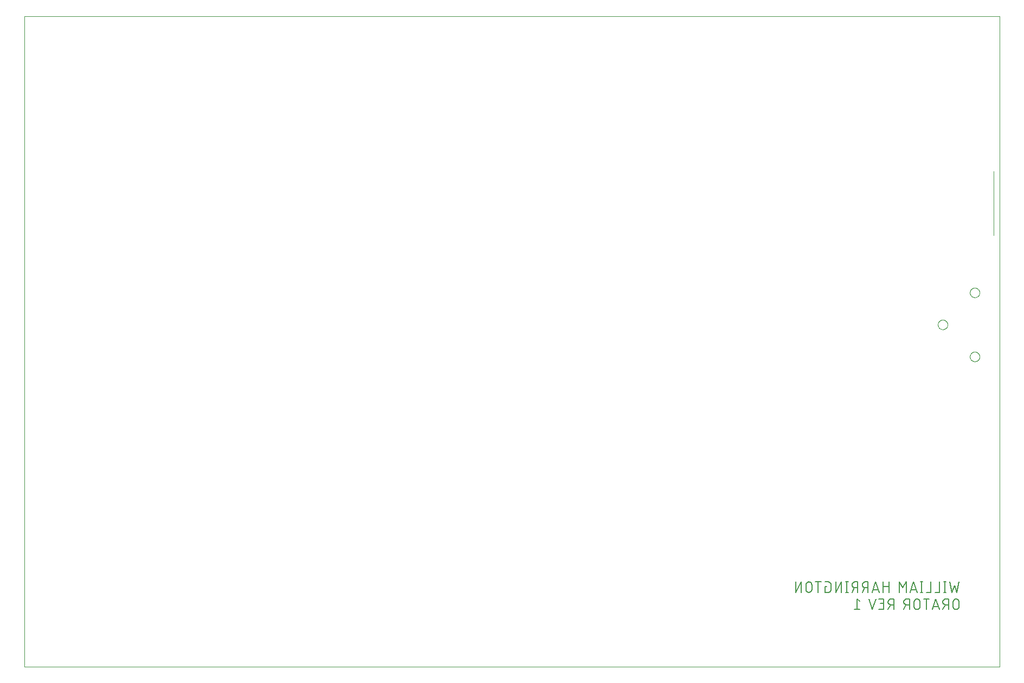
<source format=gbo>
From 5851c4758d3301851cf58e0ec3b42c7f93c7ca77 Mon Sep 17 00:00:00 2001
From: William Harrington <kb0iic@berzerkula.org>
Date: Thu, 17 May 2018 20:54:06 -0500
Subject: Populate repository from main eagle directory in user's document
 library.

---
 eagle/ORATOR/orator.GBO | 1479 +++++++++++++++++++++++++++++++++++++++++++++++
 1 file changed, 1479 insertions(+)
 create mode 100755 eagle/ORATOR/orator.GBO

(limited to 'eagle/ORATOR/orator.GBO')

diff --git a/eagle/ORATOR/orator.GBO b/eagle/ORATOR/orator.GBO
new file mode 100755
index 0000000..bffb771
--- /dev/null
+++ b/eagle/ORATOR/orator.GBO
@@ -0,0 +1,1479 @@
+G75*
+%MOIN*%
+%OFA0B0*%
+%FSLAX25Y25*%
+%IPPOS*%
+%LPD*%
+%AMOC8*
+5,1,8,0,0,1.08239X$1,22.5*
+%
+%ADD10C,0.00000*%
+%ADD11C,0.00600*%
+D10*
+X0199833Y0054300D02*
+X0199833Y0454260D01*
+X0799534Y0454260D01*
+X0799534Y0054300D01*
+X0199833Y0054300D01*
+X0761565Y0264693D02*
+X0761567Y0264801D01*
+X0761573Y0264910D01*
+X0761583Y0265018D01*
+X0761597Y0265125D01*
+X0761615Y0265232D01*
+X0761636Y0265339D01*
+X0761662Y0265444D01*
+X0761692Y0265549D01*
+X0761725Y0265652D01*
+X0761762Y0265754D01*
+X0761803Y0265854D01*
+X0761847Y0265953D01*
+X0761896Y0266051D01*
+X0761947Y0266146D01*
+X0762002Y0266239D01*
+X0762061Y0266331D01*
+X0762123Y0266420D01*
+X0762188Y0266507D01*
+X0762256Y0266591D01*
+X0762327Y0266673D01*
+X0762401Y0266752D01*
+X0762478Y0266828D01*
+X0762558Y0266902D01*
+X0762641Y0266972D01*
+X0762726Y0267040D01*
+X0762813Y0267104D01*
+X0762903Y0267165D01*
+X0762995Y0267223D01*
+X0763089Y0267277D01*
+X0763185Y0267328D01*
+X0763282Y0267375D01*
+X0763382Y0267419D01*
+X0763483Y0267459D01*
+X0763585Y0267495D01*
+X0763688Y0267527D01*
+X0763793Y0267556D01*
+X0763899Y0267580D01*
+X0764005Y0267601D01*
+X0764112Y0267618D01*
+X0764220Y0267631D01*
+X0764328Y0267640D01*
+X0764437Y0267645D01*
+X0764545Y0267646D01*
+X0764654Y0267643D01*
+X0764762Y0267636D01*
+X0764870Y0267625D01*
+X0764977Y0267610D01*
+X0765084Y0267591D01*
+X0765190Y0267568D01*
+X0765295Y0267542D01*
+X0765400Y0267511D01*
+X0765502Y0267477D01*
+X0765604Y0267439D01*
+X0765704Y0267397D01*
+X0765803Y0267352D01*
+X0765900Y0267303D01*
+X0765994Y0267250D01*
+X0766087Y0267194D01*
+X0766178Y0267135D01*
+X0766267Y0267072D01*
+X0766353Y0267007D01*
+X0766437Y0266938D01*
+X0766518Y0266866D01*
+X0766596Y0266791D01*
+X0766672Y0266713D01*
+X0766745Y0266632D01*
+X0766815Y0266549D01*
+X0766881Y0266464D01*
+X0766945Y0266376D01*
+X0767005Y0266285D01*
+X0767062Y0266193D01*
+X0767115Y0266098D01*
+X0767165Y0266002D01*
+X0767211Y0265904D01*
+X0767254Y0265804D01*
+X0767293Y0265703D01*
+X0767328Y0265600D01*
+X0767360Y0265497D01*
+X0767387Y0265392D01*
+X0767411Y0265286D01*
+X0767431Y0265179D01*
+X0767447Y0265072D01*
+X0767459Y0264964D01*
+X0767467Y0264856D01*
+X0767471Y0264747D01*
+X0767471Y0264639D01*
+X0767467Y0264530D01*
+X0767459Y0264422D01*
+X0767447Y0264314D01*
+X0767431Y0264207D01*
+X0767411Y0264100D01*
+X0767387Y0263994D01*
+X0767360Y0263889D01*
+X0767328Y0263786D01*
+X0767293Y0263683D01*
+X0767254Y0263582D01*
+X0767211Y0263482D01*
+X0767165Y0263384D01*
+X0767115Y0263288D01*
+X0767062Y0263193D01*
+X0767005Y0263101D01*
+X0766945Y0263010D01*
+X0766881Y0262922D01*
+X0766815Y0262837D01*
+X0766745Y0262754D01*
+X0766672Y0262673D01*
+X0766596Y0262595D01*
+X0766518Y0262520D01*
+X0766437Y0262448D01*
+X0766353Y0262379D01*
+X0766267Y0262314D01*
+X0766178Y0262251D01*
+X0766087Y0262192D01*
+X0765995Y0262136D01*
+X0765900Y0262083D01*
+X0765803Y0262034D01*
+X0765704Y0261989D01*
+X0765604Y0261947D01*
+X0765502Y0261909D01*
+X0765400Y0261875D01*
+X0765295Y0261844D01*
+X0765190Y0261818D01*
+X0765084Y0261795D01*
+X0764977Y0261776D01*
+X0764870Y0261761D01*
+X0764762Y0261750D01*
+X0764654Y0261743D01*
+X0764545Y0261740D01*
+X0764437Y0261741D01*
+X0764328Y0261746D01*
+X0764220Y0261755D01*
+X0764112Y0261768D01*
+X0764005Y0261785D01*
+X0763899Y0261806D01*
+X0763793Y0261830D01*
+X0763688Y0261859D01*
+X0763585Y0261891D01*
+X0763483Y0261927D01*
+X0763382Y0261967D01*
+X0763282Y0262011D01*
+X0763185Y0262058D01*
+X0763089Y0262109D01*
+X0762995Y0262163D01*
+X0762903Y0262221D01*
+X0762813Y0262282D01*
+X0762726Y0262346D01*
+X0762641Y0262414D01*
+X0762558Y0262484D01*
+X0762478Y0262558D01*
+X0762401Y0262634D01*
+X0762327Y0262713D01*
+X0762256Y0262795D01*
+X0762188Y0262879D01*
+X0762123Y0262966D01*
+X0762061Y0263055D01*
+X0762002Y0263147D01*
+X0761947Y0263240D01*
+X0761896Y0263335D01*
+X0761847Y0263433D01*
+X0761803Y0263532D01*
+X0761762Y0263632D01*
+X0761725Y0263734D01*
+X0761692Y0263837D01*
+X0761662Y0263942D01*
+X0761636Y0264047D01*
+X0761615Y0264154D01*
+X0761597Y0264261D01*
+X0761583Y0264368D01*
+X0761573Y0264476D01*
+X0761567Y0264585D01*
+X0761565Y0264693D01*
+X0781250Y0245008D02*
+X0781252Y0245116D01*
+X0781258Y0245225D01*
+X0781268Y0245333D01*
+X0781282Y0245440D01*
+X0781300Y0245547D01*
+X0781321Y0245654D01*
+X0781347Y0245759D01*
+X0781377Y0245864D01*
+X0781410Y0245967D01*
+X0781447Y0246069D01*
+X0781488Y0246169D01*
+X0781532Y0246268D01*
+X0781581Y0246366D01*
+X0781632Y0246461D01*
+X0781687Y0246554D01*
+X0781746Y0246646D01*
+X0781808Y0246735D01*
+X0781873Y0246822D01*
+X0781941Y0246906D01*
+X0782012Y0246988D01*
+X0782086Y0247067D01*
+X0782163Y0247143D01*
+X0782243Y0247217D01*
+X0782326Y0247287D01*
+X0782411Y0247355D01*
+X0782498Y0247419D01*
+X0782588Y0247480D01*
+X0782680Y0247538D01*
+X0782774Y0247592D01*
+X0782870Y0247643D01*
+X0782967Y0247690D01*
+X0783067Y0247734D01*
+X0783168Y0247774D01*
+X0783270Y0247810D01*
+X0783373Y0247842D01*
+X0783478Y0247871D01*
+X0783584Y0247895D01*
+X0783690Y0247916D01*
+X0783797Y0247933D01*
+X0783905Y0247946D01*
+X0784013Y0247955D01*
+X0784122Y0247960D01*
+X0784230Y0247961D01*
+X0784339Y0247958D01*
+X0784447Y0247951D01*
+X0784555Y0247940D01*
+X0784662Y0247925D01*
+X0784769Y0247906D01*
+X0784875Y0247883D01*
+X0784980Y0247857D01*
+X0785085Y0247826D01*
+X0785187Y0247792D01*
+X0785289Y0247754D01*
+X0785389Y0247712D01*
+X0785488Y0247667D01*
+X0785585Y0247618D01*
+X0785679Y0247565D01*
+X0785772Y0247509D01*
+X0785863Y0247450D01*
+X0785952Y0247387D01*
+X0786038Y0247322D01*
+X0786122Y0247253D01*
+X0786203Y0247181D01*
+X0786281Y0247106D01*
+X0786357Y0247028D01*
+X0786430Y0246947D01*
+X0786500Y0246864D01*
+X0786566Y0246779D01*
+X0786630Y0246691D01*
+X0786690Y0246600D01*
+X0786747Y0246508D01*
+X0786800Y0246413D01*
+X0786850Y0246317D01*
+X0786896Y0246219D01*
+X0786939Y0246119D01*
+X0786978Y0246018D01*
+X0787013Y0245915D01*
+X0787045Y0245812D01*
+X0787072Y0245707D01*
+X0787096Y0245601D01*
+X0787116Y0245494D01*
+X0787132Y0245387D01*
+X0787144Y0245279D01*
+X0787152Y0245171D01*
+X0787156Y0245062D01*
+X0787156Y0244954D01*
+X0787152Y0244845D01*
+X0787144Y0244737D01*
+X0787132Y0244629D01*
+X0787116Y0244522D01*
+X0787096Y0244415D01*
+X0787072Y0244309D01*
+X0787045Y0244204D01*
+X0787013Y0244101D01*
+X0786978Y0243998D01*
+X0786939Y0243897D01*
+X0786896Y0243797D01*
+X0786850Y0243699D01*
+X0786800Y0243603D01*
+X0786747Y0243508D01*
+X0786690Y0243416D01*
+X0786630Y0243325D01*
+X0786566Y0243237D01*
+X0786500Y0243152D01*
+X0786430Y0243069D01*
+X0786357Y0242988D01*
+X0786281Y0242910D01*
+X0786203Y0242835D01*
+X0786122Y0242763D01*
+X0786038Y0242694D01*
+X0785952Y0242629D01*
+X0785863Y0242566D01*
+X0785772Y0242507D01*
+X0785680Y0242451D01*
+X0785585Y0242398D01*
+X0785488Y0242349D01*
+X0785389Y0242304D01*
+X0785289Y0242262D01*
+X0785187Y0242224D01*
+X0785085Y0242190D01*
+X0784980Y0242159D01*
+X0784875Y0242133D01*
+X0784769Y0242110D01*
+X0784662Y0242091D01*
+X0784555Y0242076D01*
+X0784447Y0242065D01*
+X0784339Y0242058D01*
+X0784230Y0242055D01*
+X0784122Y0242056D01*
+X0784013Y0242061D01*
+X0783905Y0242070D01*
+X0783797Y0242083D01*
+X0783690Y0242100D01*
+X0783584Y0242121D01*
+X0783478Y0242145D01*
+X0783373Y0242174D01*
+X0783270Y0242206D01*
+X0783168Y0242242D01*
+X0783067Y0242282D01*
+X0782967Y0242326D01*
+X0782870Y0242373D01*
+X0782774Y0242424D01*
+X0782680Y0242478D01*
+X0782588Y0242536D01*
+X0782498Y0242597D01*
+X0782411Y0242661D01*
+X0782326Y0242729D01*
+X0782243Y0242799D01*
+X0782163Y0242873D01*
+X0782086Y0242949D01*
+X0782012Y0243028D01*
+X0781941Y0243110D01*
+X0781873Y0243194D01*
+X0781808Y0243281D01*
+X0781746Y0243370D01*
+X0781687Y0243462D01*
+X0781632Y0243555D01*
+X0781581Y0243650D01*
+X0781532Y0243748D01*
+X0781488Y0243847D01*
+X0781447Y0243947D01*
+X0781410Y0244049D01*
+X0781377Y0244152D01*
+X0781347Y0244257D01*
+X0781321Y0244362D01*
+X0781300Y0244469D01*
+X0781282Y0244576D01*
+X0781268Y0244683D01*
+X0781258Y0244791D01*
+X0781252Y0244900D01*
+X0781250Y0245008D01*
+X0781250Y0284378D02*
+X0781252Y0284486D01*
+X0781258Y0284595D01*
+X0781268Y0284703D01*
+X0781282Y0284810D01*
+X0781300Y0284917D01*
+X0781321Y0285024D01*
+X0781347Y0285129D01*
+X0781377Y0285234D01*
+X0781410Y0285337D01*
+X0781447Y0285439D01*
+X0781488Y0285539D01*
+X0781532Y0285638D01*
+X0781581Y0285736D01*
+X0781632Y0285831D01*
+X0781687Y0285924D01*
+X0781746Y0286016D01*
+X0781808Y0286105D01*
+X0781873Y0286192D01*
+X0781941Y0286276D01*
+X0782012Y0286358D01*
+X0782086Y0286437D01*
+X0782163Y0286513D01*
+X0782243Y0286587D01*
+X0782326Y0286657D01*
+X0782411Y0286725D01*
+X0782498Y0286789D01*
+X0782588Y0286850D01*
+X0782680Y0286908D01*
+X0782774Y0286962D01*
+X0782870Y0287013D01*
+X0782967Y0287060D01*
+X0783067Y0287104D01*
+X0783168Y0287144D01*
+X0783270Y0287180D01*
+X0783373Y0287212D01*
+X0783478Y0287241D01*
+X0783584Y0287265D01*
+X0783690Y0287286D01*
+X0783797Y0287303D01*
+X0783905Y0287316D01*
+X0784013Y0287325D01*
+X0784122Y0287330D01*
+X0784230Y0287331D01*
+X0784339Y0287328D01*
+X0784447Y0287321D01*
+X0784555Y0287310D01*
+X0784662Y0287295D01*
+X0784769Y0287276D01*
+X0784875Y0287253D01*
+X0784980Y0287227D01*
+X0785085Y0287196D01*
+X0785187Y0287162D01*
+X0785289Y0287124D01*
+X0785389Y0287082D01*
+X0785488Y0287037D01*
+X0785585Y0286988D01*
+X0785679Y0286935D01*
+X0785772Y0286879D01*
+X0785863Y0286820D01*
+X0785952Y0286757D01*
+X0786038Y0286692D01*
+X0786122Y0286623D01*
+X0786203Y0286551D01*
+X0786281Y0286476D01*
+X0786357Y0286398D01*
+X0786430Y0286317D01*
+X0786500Y0286234D01*
+X0786566Y0286149D01*
+X0786630Y0286061D01*
+X0786690Y0285970D01*
+X0786747Y0285878D01*
+X0786800Y0285783D01*
+X0786850Y0285687D01*
+X0786896Y0285589D01*
+X0786939Y0285489D01*
+X0786978Y0285388D01*
+X0787013Y0285285D01*
+X0787045Y0285182D01*
+X0787072Y0285077D01*
+X0787096Y0284971D01*
+X0787116Y0284864D01*
+X0787132Y0284757D01*
+X0787144Y0284649D01*
+X0787152Y0284541D01*
+X0787156Y0284432D01*
+X0787156Y0284324D01*
+X0787152Y0284215D01*
+X0787144Y0284107D01*
+X0787132Y0283999D01*
+X0787116Y0283892D01*
+X0787096Y0283785D01*
+X0787072Y0283679D01*
+X0787045Y0283574D01*
+X0787013Y0283471D01*
+X0786978Y0283368D01*
+X0786939Y0283267D01*
+X0786896Y0283167D01*
+X0786850Y0283069D01*
+X0786800Y0282973D01*
+X0786747Y0282878D01*
+X0786690Y0282786D01*
+X0786630Y0282695D01*
+X0786566Y0282607D01*
+X0786500Y0282522D01*
+X0786430Y0282439D01*
+X0786357Y0282358D01*
+X0786281Y0282280D01*
+X0786203Y0282205D01*
+X0786122Y0282133D01*
+X0786038Y0282064D01*
+X0785952Y0281999D01*
+X0785863Y0281936D01*
+X0785772Y0281877D01*
+X0785680Y0281821D01*
+X0785585Y0281768D01*
+X0785488Y0281719D01*
+X0785389Y0281674D01*
+X0785289Y0281632D01*
+X0785187Y0281594D01*
+X0785085Y0281560D01*
+X0784980Y0281529D01*
+X0784875Y0281503D01*
+X0784769Y0281480D01*
+X0784662Y0281461D01*
+X0784555Y0281446D01*
+X0784447Y0281435D01*
+X0784339Y0281428D01*
+X0784230Y0281425D01*
+X0784122Y0281426D01*
+X0784013Y0281431D01*
+X0783905Y0281440D01*
+X0783797Y0281453D01*
+X0783690Y0281470D01*
+X0783584Y0281491D01*
+X0783478Y0281515D01*
+X0783373Y0281544D01*
+X0783270Y0281576D01*
+X0783168Y0281612D01*
+X0783067Y0281652D01*
+X0782967Y0281696D01*
+X0782870Y0281743D01*
+X0782774Y0281794D01*
+X0782680Y0281848D01*
+X0782588Y0281906D01*
+X0782498Y0281967D01*
+X0782411Y0282031D01*
+X0782326Y0282099D01*
+X0782243Y0282169D01*
+X0782163Y0282243D01*
+X0782086Y0282319D01*
+X0782012Y0282398D01*
+X0781941Y0282480D01*
+X0781873Y0282564D01*
+X0781808Y0282651D01*
+X0781746Y0282740D01*
+X0781687Y0282832D01*
+X0781632Y0282925D01*
+X0781581Y0283020D01*
+X0781532Y0283118D01*
+X0781488Y0283217D01*
+X0781447Y0283317D01*
+X0781410Y0283419D01*
+X0781377Y0283522D01*
+X0781347Y0283627D01*
+X0781321Y0283732D01*
+X0781300Y0283839D01*
+X0781282Y0283946D01*
+X0781268Y0284053D01*
+X0781258Y0284161D01*
+X0781252Y0284270D01*
+X0781250Y0284378D01*
+X0795699Y0319615D02*
+X0795699Y0358985D01*
+D11*
+X0774533Y0106500D02*
+X0773111Y0100100D01*
+X0771689Y0104366D01*
+X0770267Y0100100D01*
+X0768844Y0106500D01*
+X0766656Y0106500D02*
+X0765234Y0106500D01*
+X0765945Y0106500D02*
+X0765945Y0100100D01*
+X0766656Y0100100D02*
+X0765234Y0100100D01*
+X0762583Y0100100D02*
+X0759738Y0100100D01*
+X0757249Y0100100D02*
+X0754405Y0100100D01*
+X0752297Y0100100D02*
+X0750875Y0100100D01*
+X0751586Y0100100D02*
+X0751586Y0106500D01*
+X0752297Y0106500D02*
+X0750875Y0106500D01*
+X0746663Y0106500D02*
+X0744529Y0100100D01*
+X0745063Y0101700D02*
+X0748263Y0101700D01*
+X0748796Y0100100D02*
+X0746663Y0106500D01*
+X0742026Y0106500D02*
+X0739893Y0102944D01*
+X0737760Y0106500D01*
+X0737760Y0100100D01*
+X0742026Y0100100D02*
+X0742026Y0106500D01*
+X0731414Y0106500D02*
+X0731414Y0100100D01*
+X0731414Y0103655D02*
+X0727859Y0103655D01*
+X0727859Y0106500D02*
+X0727859Y0100100D01*
+X0725411Y0100100D02*
+X0723277Y0106500D01*
+X0721144Y0100100D01*
+X0721677Y0101700D02*
+X0724877Y0101700D01*
+X0725317Y0096000D02*
+X0728161Y0096000D01*
+X0728161Y0089600D01*
+X0725317Y0089600D01*
+X0726028Y0093155D02*
+X0728161Y0093155D01*
+X0732363Y0092444D02*
+X0730941Y0089600D01*
+X0732718Y0092444D02*
+X0734496Y0092444D01*
+X0732718Y0092444D02*
+X0732635Y0092446D01*
+X0732552Y0092452D01*
+X0732469Y0092462D01*
+X0732386Y0092475D01*
+X0732305Y0092493D01*
+X0732224Y0092514D01*
+X0732145Y0092539D01*
+X0732067Y0092568D01*
+X0731990Y0092600D01*
+X0731915Y0092636D01*
+X0731841Y0092675D01*
+X0731770Y0092718D01*
+X0731700Y0092764D01*
+X0731633Y0092814D01*
+X0731568Y0092866D01*
+X0731506Y0092921D01*
+X0731446Y0092980D01*
+X0731389Y0093041D01*
+X0731335Y0093104D01*
+X0731284Y0093170D01*
+X0731237Y0093239D01*
+X0731192Y0093309D01*
+X0731151Y0093382D01*
+X0731114Y0093456D01*
+X0731079Y0093532D01*
+X0731049Y0093610D01*
+X0731022Y0093688D01*
+X0730999Y0093769D01*
+X0730979Y0093850D01*
+X0730964Y0093932D01*
+X0730952Y0094014D01*
+X0730944Y0094097D01*
+X0730940Y0094180D01*
+X0730940Y0094264D01*
+X0730944Y0094347D01*
+X0730952Y0094430D01*
+X0730964Y0094512D01*
+X0730979Y0094594D01*
+X0730999Y0094675D01*
+X0731022Y0094756D01*
+X0731049Y0094834D01*
+X0731079Y0094912D01*
+X0731114Y0094988D01*
+X0731151Y0095062D01*
+X0731192Y0095135D01*
+X0731237Y0095205D01*
+X0731284Y0095274D01*
+X0731335Y0095340D01*
+X0731389Y0095403D01*
+X0731446Y0095464D01*
+X0731506Y0095523D01*
+X0731568Y0095578D01*
+X0731633Y0095630D01*
+X0731700Y0095680D01*
+X0731770Y0095726D01*
+X0731841Y0095769D01*
+X0731915Y0095808D01*
+X0731990Y0095844D01*
+X0732067Y0095876D01*
+X0732145Y0095905D01*
+X0732224Y0095930D01*
+X0732305Y0095951D01*
+X0732386Y0095969D01*
+X0732469Y0095982D01*
+X0732552Y0095992D01*
+X0732635Y0095998D01*
+X0732718Y0096000D01*
+X0734496Y0096000D01*
+X0734496Y0089600D01*
+X0740582Y0089600D02*
+X0742004Y0092444D01*
+X0742360Y0092444D02*
+X0744137Y0092444D01*
+X0742360Y0092444D02*
+X0742277Y0092446D01*
+X0742194Y0092452D01*
+X0742111Y0092462D01*
+X0742028Y0092475D01*
+X0741947Y0092493D01*
+X0741866Y0092514D01*
+X0741787Y0092539D01*
+X0741709Y0092568D01*
+X0741632Y0092600D01*
+X0741557Y0092636D01*
+X0741483Y0092675D01*
+X0741412Y0092718D01*
+X0741342Y0092764D01*
+X0741275Y0092814D01*
+X0741210Y0092866D01*
+X0741148Y0092921D01*
+X0741088Y0092980D01*
+X0741031Y0093041D01*
+X0740977Y0093104D01*
+X0740926Y0093170D01*
+X0740879Y0093239D01*
+X0740834Y0093309D01*
+X0740793Y0093382D01*
+X0740756Y0093456D01*
+X0740721Y0093532D01*
+X0740691Y0093610D01*
+X0740664Y0093688D01*
+X0740641Y0093769D01*
+X0740621Y0093850D01*
+X0740606Y0093932D01*
+X0740594Y0094014D01*
+X0740586Y0094097D01*
+X0740582Y0094180D01*
+X0740582Y0094264D01*
+X0740586Y0094347D01*
+X0740594Y0094430D01*
+X0740606Y0094512D01*
+X0740621Y0094594D01*
+X0740641Y0094675D01*
+X0740664Y0094756D01*
+X0740691Y0094834D01*
+X0740721Y0094912D01*
+X0740756Y0094988D01*
+X0740793Y0095062D01*
+X0740834Y0095135D01*
+X0740879Y0095205D01*
+X0740926Y0095274D01*
+X0740977Y0095340D01*
+X0741031Y0095403D01*
+X0741088Y0095464D01*
+X0741148Y0095523D01*
+X0741210Y0095578D01*
+X0741275Y0095630D01*
+X0741342Y0095680D01*
+X0741412Y0095726D01*
+X0741483Y0095769D01*
+X0741557Y0095808D01*
+X0741632Y0095844D01*
+X0741709Y0095876D01*
+X0741787Y0095905D01*
+X0741866Y0095930D01*
+X0741947Y0095951D01*
+X0742028Y0095969D01*
+X0742111Y0095982D01*
+X0742194Y0095992D01*
+X0742277Y0095998D01*
+X0742360Y0096000D01*
+X0744137Y0096000D01*
+X0744137Y0089600D01*
+X0746977Y0091377D02*
+X0746977Y0094222D01*
+X0746979Y0094305D01*
+X0746985Y0094388D01*
+X0746995Y0094471D01*
+X0747008Y0094554D01*
+X0747026Y0094635D01*
+X0747047Y0094716D01*
+X0747072Y0094795D01*
+X0747101Y0094873D01*
+X0747133Y0094950D01*
+X0747169Y0095025D01*
+X0747208Y0095099D01*
+X0747251Y0095170D01*
+X0747297Y0095240D01*
+X0747347Y0095307D01*
+X0747399Y0095372D01*
+X0747454Y0095434D01*
+X0747513Y0095494D01*
+X0747574Y0095551D01*
+X0747637Y0095605D01*
+X0747703Y0095656D01*
+X0747772Y0095703D01*
+X0747842Y0095748D01*
+X0747915Y0095789D01*
+X0747989Y0095826D01*
+X0748065Y0095861D01*
+X0748143Y0095891D01*
+X0748221Y0095918D01*
+X0748302Y0095941D01*
+X0748383Y0095961D01*
+X0748465Y0095976D01*
+X0748547Y0095988D01*
+X0748630Y0095996D01*
+X0748713Y0096000D01*
+X0748797Y0096000D01*
+X0748880Y0095996D01*
+X0748963Y0095988D01*
+X0749045Y0095976D01*
+X0749127Y0095961D01*
+X0749208Y0095941D01*
+X0749289Y0095918D01*
+X0749367Y0095891D01*
+X0749445Y0095861D01*
+X0749521Y0095826D01*
+X0749595Y0095789D01*
+X0749668Y0095748D01*
+X0749738Y0095703D01*
+X0749807Y0095656D01*
+X0749873Y0095605D01*
+X0749936Y0095551D01*
+X0749997Y0095494D01*
+X0750056Y0095434D01*
+X0750111Y0095372D01*
+X0750163Y0095307D01*
+X0750213Y0095240D01*
+X0750259Y0095170D01*
+X0750302Y0095099D01*
+X0750341Y0095025D01*
+X0750377Y0094950D01*
+X0750409Y0094873D01*
+X0750438Y0094795D01*
+X0750463Y0094716D01*
+X0750484Y0094635D01*
+X0750502Y0094554D01*
+X0750515Y0094471D01*
+X0750525Y0094388D01*
+X0750531Y0094305D01*
+X0750533Y0094222D01*
+X0750533Y0091377D01*
+X0750531Y0091294D01*
+X0750525Y0091211D01*
+X0750515Y0091128D01*
+X0750502Y0091045D01*
+X0750484Y0090964D01*
+X0750463Y0090883D01*
+X0750438Y0090804D01*
+X0750409Y0090726D01*
+X0750377Y0090649D01*
+X0750341Y0090574D01*
+X0750302Y0090500D01*
+X0750259Y0090429D01*
+X0750213Y0090359D01*
+X0750163Y0090292D01*
+X0750111Y0090227D01*
+X0750056Y0090165D01*
+X0749997Y0090105D01*
+X0749936Y0090048D01*
+X0749873Y0089994D01*
+X0749807Y0089943D01*
+X0749738Y0089896D01*
+X0749668Y0089851D01*
+X0749595Y0089810D01*
+X0749521Y0089773D01*
+X0749445Y0089738D01*
+X0749367Y0089708D01*
+X0749289Y0089681D01*
+X0749208Y0089658D01*
+X0749127Y0089638D01*
+X0749045Y0089623D01*
+X0748963Y0089611D01*
+X0748880Y0089603D01*
+X0748797Y0089599D01*
+X0748713Y0089599D01*
+X0748630Y0089603D01*
+X0748547Y0089611D01*
+X0748465Y0089623D01*
+X0748383Y0089638D01*
+X0748302Y0089658D01*
+X0748221Y0089681D01*
+X0748143Y0089708D01*
+X0748065Y0089738D01*
+X0747989Y0089773D01*
+X0747915Y0089810D01*
+X0747842Y0089851D01*
+X0747772Y0089896D01*
+X0747703Y0089943D01*
+X0747637Y0089994D01*
+X0747574Y0090048D01*
+X0747513Y0090105D01*
+X0747454Y0090165D01*
+X0747399Y0090227D01*
+X0747347Y0090292D01*
+X0747297Y0090359D01*
+X0747251Y0090429D01*
+X0747208Y0090500D01*
+X0747169Y0090574D01*
+X0747133Y0090649D01*
+X0747101Y0090726D01*
+X0747072Y0090804D01*
+X0747047Y0090883D01*
+X0747026Y0090964D01*
+X0747008Y0091045D01*
+X0746995Y0091128D01*
+X0746985Y0091211D01*
+X0746979Y0091294D01*
+X0746977Y0091377D01*
+X0752721Y0096000D02*
+X0756276Y0096000D01*
+X0754499Y0096000D02*
+X0754499Y0089600D01*
+X0758109Y0089600D02*
+X0760242Y0096000D01*
+X0762376Y0089600D01*
+X0761842Y0091200D02*
+X0758642Y0091200D01*
+X0764583Y0089600D02*
+X0766005Y0092444D01*
+X0766360Y0092444D02*
+X0768138Y0092444D01*
+X0766360Y0092444D02*
+X0766277Y0092446D01*
+X0766194Y0092452D01*
+X0766111Y0092462D01*
+X0766028Y0092475D01*
+X0765947Y0092493D01*
+X0765866Y0092514D01*
+X0765787Y0092539D01*
+X0765709Y0092568D01*
+X0765632Y0092600D01*
+X0765557Y0092636D01*
+X0765483Y0092675D01*
+X0765412Y0092718D01*
+X0765342Y0092764D01*
+X0765275Y0092814D01*
+X0765210Y0092866D01*
+X0765148Y0092921D01*
+X0765088Y0092980D01*
+X0765031Y0093041D01*
+X0764977Y0093104D01*
+X0764926Y0093170D01*
+X0764879Y0093239D01*
+X0764834Y0093309D01*
+X0764793Y0093382D01*
+X0764756Y0093456D01*
+X0764721Y0093532D01*
+X0764691Y0093610D01*
+X0764664Y0093688D01*
+X0764641Y0093769D01*
+X0764621Y0093850D01*
+X0764606Y0093932D01*
+X0764594Y0094014D01*
+X0764586Y0094097D01*
+X0764582Y0094180D01*
+X0764582Y0094264D01*
+X0764586Y0094347D01*
+X0764594Y0094430D01*
+X0764606Y0094512D01*
+X0764621Y0094594D01*
+X0764641Y0094675D01*
+X0764664Y0094756D01*
+X0764691Y0094834D01*
+X0764721Y0094912D01*
+X0764756Y0094988D01*
+X0764793Y0095062D01*
+X0764834Y0095135D01*
+X0764879Y0095205D01*
+X0764926Y0095274D01*
+X0764977Y0095340D01*
+X0765031Y0095403D01*
+X0765088Y0095464D01*
+X0765148Y0095523D01*
+X0765210Y0095578D01*
+X0765275Y0095630D01*
+X0765342Y0095680D01*
+X0765412Y0095726D01*
+X0765483Y0095769D01*
+X0765557Y0095808D01*
+X0765632Y0095844D01*
+X0765709Y0095876D01*
+X0765787Y0095905D01*
+X0765866Y0095930D01*
+X0765947Y0095951D01*
+X0766028Y0095969D01*
+X0766111Y0095982D01*
+X0766194Y0095992D01*
+X0766277Y0095998D01*
+X0766360Y0096000D01*
+X0768138Y0096000D01*
+X0768138Y0089600D01*
+X0770978Y0091377D02*
+X0770978Y0094222D01*
+X0770980Y0094305D01*
+X0770986Y0094388D01*
+X0770996Y0094471D01*
+X0771009Y0094554D01*
+X0771027Y0094635D01*
+X0771048Y0094716D01*
+X0771073Y0094795D01*
+X0771102Y0094873D01*
+X0771134Y0094950D01*
+X0771170Y0095025D01*
+X0771209Y0095099D01*
+X0771252Y0095170D01*
+X0771298Y0095240D01*
+X0771348Y0095307D01*
+X0771400Y0095372D01*
+X0771455Y0095434D01*
+X0771514Y0095494D01*
+X0771575Y0095551D01*
+X0771638Y0095605D01*
+X0771704Y0095656D01*
+X0771773Y0095703D01*
+X0771843Y0095748D01*
+X0771916Y0095789D01*
+X0771990Y0095826D01*
+X0772066Y0095861D01*
+X0772144Y0095891D01*
+X0772222Y0095918D01*
+X0772303Y0095941D01*
+X0772384Y0095961D01*
+X0772466Y0095976D01*
+X0772548Y0095988D01*
+X0772631Y0095996D01*
+X0772714Y0096000D01*
+X0772798Y0096000D01*
+X0772881Y0095996D01*
+X0772964Y0095988D01*
+X0773046Y0095976D01*
+X0773128Y0095961D01*
+X0773209Y0095941D01*
+X0773290Y0095918D01*
+X0773368Y0095891D01*
+X0773446Y0095861D01*
+X0773522Y0095826D01*
+X0773596Y0095789D01*
+X0773669Y0095748D01*
+X0773739Y0095703D01*
+X0773808Y0095656D01*
+X0773874Y0095605D01*
+X0773937Y0095551D01*
+X0773998Y0095494D01*
+X0774057Y0095434D01*
+X0774112Y0095372D01*
+X0774164Y0095307D01*
+X0774214Y0095240D01*
+X0774260Y0095170D01*
+X0774303Y0095099D01*
+X0774342Y0095025D01*
+X0774378Y0094950D01*
+X0774410Y0094873D01*
+X0774439Y0094795D01*
+X0774464Y0094716D01*
+X0774485Y0094635D01*
+X0774503Y0094554D01*
+X0774516Y0094471D01*
+X0774526Y0094388D01*
+X0774532Y0094305D01*
+X0774534Y0094222D01*
+X0774533Y0094222D02*
+X0774533Y0091377D01*
+X0774534Y0091377D02*
+X0774532Y0091294D01*
+X0774526Y0091211D01*
+X0774516Y0091128D01*
+X0774503Y0091045D01*
+X0774485Y0090964D01*
+X0774464Y0090883D01*
+X0774439Y0090804D01*
+X0774410Y0090726D01*
+X0774378Y0090649D01*
+X0774342Y0090574D01*
+X0774303Y0090500D01*
+X0774260Y0090429D01*
+X0774214Y0090359D01*
+X0774164Y0090292D01*
+X0774112Y0090227D01*
+X0774057Y0090165D01*
+X0773998Y0090105D01*
+X0773937Y0090048D01*
+X0773874Y0089994D01*
+X0773808Y0089943D01*
+X0773739Y0089896D01*
+X0773669Y0089851D01*
+X0773596Y0089810D01*
+X0773522Y0089773D01*
+X0773446Y0089738D01*
+X0773368Y0089708D01*
+X0773290Y0089681D01*
+X0773209Y0089658D01*
+X0773128Y0089638D01*
+X0773046Y0089623D01*
+X0772964Y0089611D01*
+X0772881Y0089603D01*
+X0772798Y0089599D01*
+X0772714Y0089599D01*
+X0772631Y0089603D01*
+X0772548Y0089611D01*
+X0772466Y0089623D01*
+X0772384Y0089638D01*
+X0772303Y0089658D01*
+X0772222Y0089681D01*
+X0772144Y0089708D01*
+X0772066Y0089738D01*
+X0771990Y0089773D01*
+X0771916Y0089810D01*
+X0771843Y0089851D01*
+X0771773Y0089896D01*
+X0771704Y0089943D01*
+X0771638Y0089994D01*
+X0771575Y0090048D01*
+X0771514Y0090105D01*
+X0771455Y0090165D01*
+X0771400Y0090227D01*
+X0771348Y0090292D01*
+X0771298Y0090359D01*
+X0771252Y0090429D01*
+X0771209Y0090500D01*
+X0771170Y0090574D01*
+X0771134Y0090649D01*
+X0771102Y0090726D01*
+X0771073Y0090804D01*
+X0771048Y0090883D01*
+X0771027Y0090964D01*
+X0771009Y0091045D01*
+X0770996Y0091128D01*
+X0770986Y0091211D01*
+X0770980Y0091294D01*
+X0770978Y0091377D01*
+X0762583Y0100100D02*
+X0762583Y0106500D01*
+X0757249Y0106500D02*
+X0757249Y0100100D01*
+X0723400Y0096000D02*
+X0721267Y0089600D01*
+X0719134Y0096000D01*
+X0718660Y0100100D02*
+X0718660Y0106500D01*
+X0716882Y0106500D01*
+X0716799Y0106498D01*
+X0716716Y0106492D01*
+X0716633Y0106482D01*
+X0716550Y0106469D01*
+X0716469Y0106451D01*
+X0716388Y0106430D01*
+X0716309Y0106405D01*
+X0716231Y0106376D01*
+X0716154Y0106344D01*
+X0716079Y0106308D01*
+X0716005Y0106269D01*
+X0715934Y0106226D01*
+X0715864Y0106180D01*
+X0715797Y0106130D01*
+X0715732Y0106078D01*
+X0715670Y0106023D01*
+X0715610Y0105964D01*
+X0715553Y0105903D01*
+X0715499Y0105840D01*
+X0715448Y0105774D01*
+X0715401Y0105705D01*
+X0715356Y0105635D01*
+X0715315Y0105562D01*
+X0715278Y0105488D01*
+X0715243Y0105412D01*
+X0715213Y0105334D01*
+X0715186Y0105256D01*
+X0715163Y0105175D01*
+X0715143Y0105094D01*
+X0715128Y0105012D01*
+X0715116Y0104930D01*
+X0715108Y0104847D01*
+X0715104Y0104764D01*
+X0715104Y0104680D01*
+X0715108Y0104597D01*
+X0715116Y0104514D01*
+X0715128Y0104432D01*
+X0715143Y0104350D01*
+X0715163Y0104269D01*
+X0715186Y0104188D01*
+X0715213Y0104110D01*
+X0715243Y0104032D01*
+X0715278Y0103956D01*
+X0715315Y0103882D01*
+X0715356Y0103809D01*
+X0715401Y0103739D01*
+X0715448Y0103670D01*
+X0715499Y0103604D01*
+X0715553Y0103541D01*
+X0715610Y0103480D01*
+X0715670Y0103421D01*
+X0715732Y0103366D01*
+X0715797Y0103314D01*
+X0715864Y0103264D01*
+X0715934Y0103218D01*
+X0716005Y0103175D01*
+X0716079Y0103136D01*
+X0716154Y0103100D01*
+X0716231Y0103068D01*
+X0716309Y0103039D01*
+X0716388Y0103014D01*
+X0716469Y0102993D01*
+X0716550Y0102975D01*
+X0716633Y0102962D01*
+X0716716Y0102952D01*
+X0716799Y0102946D01*
+X0716882Y0102944D01*
+X0718660Y0102944D01*
+X0716526Y0102944D02*
+X0715104Y0100100D01*
+X0712301Y0100100D02*
+X0712301Y0106500D01*
+X0710523Y0106500D01*
+X0710440Y0106498D01*
+X0710357Y0106492D01*
+X0710274Y0106482D01*
+X0710191Y0106469D01*
+X0710110Y0106451D01*
+X0710029Y0106430D01*
+X0709950Y0106405D01*
+X0709872Y0106376D01*
+X0709795Y0106344D01*
+X0709720Y0106308D01*
+X0709646Y0106269D01*
+X0709575Y0106226D01*
+X0709505Y0106180D01*
+X0709438Y0106130D01*
+X0709373Y0106078D01*
+X0709311Y0106023D01*
+X0709251Y0105964D01*
+X0709194Y0105903D01*
+X0709140Y0105840D01*
+X0709089Y0105774D01*
+X0709042Y0105705D01*
+X0708997Y0105635D01*
+X0708956Y0105562D01*
+X0708919Y0105488D01*
+X0708884Y0105412D01*
+X0708854Y0105334D01*
+X0708827Y0105256D01*
+X0708804Y0105175D01*
+X0708784Y0105094D01*
+X0708769Y0105012D01*
+X0708757Y0104930D01*
+X0708749Y0104847D01*
+X0708745Y0104764D01*
+X0708745Y0104680D01*
+X0708749Y0104597D01*
+X0708757Y0104514D01*
+X0708769Y0104432D01*
+X0708784Y0104350D01*
+X0708804Y0104269D01*
+X0708827Y0104188D01*
+X0708854Y0104110D01*
+X0708884Y0104032D01*
+X0708919Y0103956D01*
+X0708956Y0103882D01*
+X0708997Y0103809D01*
+X0709042Y0103739D01*
+X0709089Y0103670D01*
+X0709140Y0103604D01*
+X0709194Y0103541D01*
+X0709251Y0103480D01*
+X0709311Y0103421D01*
+X0709373Y0103366D01*
+X0709438Y0103314D01*
+X0709505Y0103264D01*
+X0709575Y0103218D01*
+X0709646Y0103175D01*
+X0709720Y0103136D01*
+X0709795Y0103100D01*
+X0709872Y0103068D01*
+X0709950Y0103039D01*
+X0710029Y0103014D01*
+X0710110Y0102993D01*
+X0710191Y0102975D01*
+X0710274Y0102962D01*
+X0710357Y0102952D01*
+X0710440Y0102946D01*
+X0710523Y0102944D01*
+X0712301Y0102944D01*
+X0710167Y0102944D02*
+X0708745Y0100100D01*
+X0706347Y0100100D02*
+X0704925Y0100100D01*
+X0705636Y0100100D02*
+X0705636Y0106500D01*
+X0706347Y0106500D02*
+X0704925Y0106500D01*
+X0702285Y0106500D02*
+X0698730Y0100100D01*
+X0698730Y0106500D01*
+X0695721Y0105077D02*
+X0695721Y0101522D01*
+X0695719Y0101448D01*
+X0695713Y0101373D01*
+X0695703Y0101300D01*
+X0695690Y0101226D01*
+X0695673Y0101154D01*
+X0695651Y0101083D01*
+X0695627Y0101012D01*
+X0695598Y0100944D01*
+X0695566Y0100876D01*
+X0695530Y0100811D01*
+X0695492Y0100748D01*
+X0695449Y0100686D01*
+X0695404Y0100627D01*
+X0695356Y0100570D01*
+X0695305Y0100516D01*
+X0695251Y0100465D01*
+X0695194Y0100417D01*
+X0695135Y0100372D01*
+X0695073Y0100329D01*
+X0695010Y0100291D01*
+X0694945Y0100255D01*
+X0694877Y0100223D01*
+X0694809Y0100194D01*
+X0694738Y0100170D01*
+X0694667Y0100148D01*
+X0694595Y0100131D01*
+X0694521Y0100118D01*
+X0694448Y0100108D01*
+X0694373Y0100102D01*
+X0694299Y0100100D01*
+X0692165Y0100100D01*
+X0692165Y0103655D01*
+X0693232Y0103655D01*
+X0695721Y0105077D02*
+X0695719Y0105151D01*
+X0695713Y0105226D01*
+X0695703Y0105299D01*
+X0695690Y0105373D01*
+X0695673Y0105445D01*
+X0695651Y0105516D01*
+X0695627Y0105587D01*
+X0695598Y0105655D01*
+X0695566Y0105723D01*
+X0695530Y0105788D01*
+X0695492Y0105851D01*
+X0695449Y0105913D01*
+X0695404Y0105972D01*
+X0695356Y0106029D01*
+X0695305Y0106083D01*
+X0695251Y0106134D01*
+X0695194Y0106182D01*
+X0695135Y0106227D01*
+X0695073Y0106270D01*
+X0695010Y0106308D01*
+X0694945Y0106344D01*
+X0694877Y0106376D01*
+X0694809Y0106405D01*
+X0694738Y0106429D01*
+X0694667Y0106451D01*
+X0694595Y0106468D01*
+X0694521Y0106481D01*
+X0694448Y0106491D01*
+X0694373Y0106497D01*
+X0694299Y0106499D01*
+X0694299Y0106500D02*
+X0692165Y0106500D01*
+X0689772Y0106500D02*
+X0686216Y0106500D01*
+X0687994Y0106500D02*
+X0687994Y0100100D01*
+X0684028Y0101877D02*
+X0684028Y0104722D01*
+X0684026Y0104805D01*
+X0684020Y0104888D01*
+X0684010Y0104971D01*
+X0683997Y0105054D01*
+X0683979Y0105135D01*
+X0683958Y0105216D01*
+X0683933Y0105295D01*
+X0683904Y0105373D01*
+X0683872Y0105450D01*
+X0683836Y0105525D01*
+X0683797Y0105599D01*
+X0683754Y0105670D01*
+X0683708Y0105740D01*
+X0683658Y0105807D01*
+X0683606Y0105872D01*
+X0683551Y0105934D01*
+X0683492Y0105994D01*
+X0683431Y0106051D01*
+X0683368Y0106105D01*
+X0683302Y0106156D01*
+X0683233Y0106203D01*
+X0683163Y0106248D01*
+X0683090Y0106289D01*
+X0683016Y0106326D01*
+X0682940Y0106361D01*
+X0682862Y0106391D01*
+X0682784Y0106418D01*
+X0682703Y0106441D01*
+X0682622Y0106461D01*
+X0682540Y0106476D01*
+X0682458Y0106488D01*
+X0682375Y0106496D01*
+X0682292Y0106500D01*
+X0682208Y0106500D01*
+X0682125Y0106496D01*
+X0682042Y0106488D01*
+X0681960Y0106476D01*
+X0681878Y0106461D01*
+X0681797Y0106441D01*
+X0681716Y0106418D01*
+X0681638Y0106391D01*
+X0681560Y0106361D01*
+X0681484Y0106326D01*
+X0681410Y0106289D01*
+X0681337Y0106248D01*
+X0681267Y0106203D01*
+X0681198Y0106156D01*
+X0681132Y0106105D01*
+X0681069Y0106051D01*
+X0681008Y0105994D01*
+X0680949Y0105934D01*
+X0680894Y0105872D01*
+X0680842Y0105807D01*
+X0680792Y0105740D01*
+X0680746Y0105670D01*
+X0680703Y0105599D01*
+X0680664Y0105525D01*
+X0680628Y0105450D01*
+X0680596Y0105373D01*
+X0680567Y0105295D01*
+X0680542Y0105216D01*
+X0680521Y0105135D01*
+X0680503Y0105054D01*
+X0680490Y0104971D01*
+X0680480Y0104888D01*
+X0680474Y0104805D01*
+X0680472Y0104722D01*
+X0680473Y0104722D02*
+X0680473Y0101877D01*
+X0680472Y0101877D02*
+X0680474Y0101794D01*
+X0680480Y0101711D01*
+X0680490Y0101628D01*
+X0680503Y0101545D01*
+X0680521Y0101464D01*
+X0680542Y0101383D01*
+X0680567Y0101304D01*
+X0680596Y0101226D01*
+X0680628Y0101149D01*
+X0680664Y0101074D01*
+X0680703Y0101000D01*
+X0680746Y0100929D01*
+X0680792Y0100859D01*
+X0680842Y0100792D01*
+X0680894Y0100727D01*
+X0680949Y0100665D01*
+X0681008Y0100605D01*
+X0681069Y0100548D01*
+X0681132Y0100494D01*
+X0681198Y0100443D01*
+X0681267Y0100396D01*
+X0681337Y0100351D01*
+X0681410Y0100310D01*
+X0681484Y0100273D01*
+X0681560Y0100238D01*
+X0681638Y0100208D01*
+X0681716Y0100181D01*
+X0681797Y0100158D01*
+X0681878Y0100138D01*
+X0681960Y0100123D01*
+X0682042Y0100111D01*
+X0682125Y0100103D01*
+X0682208Y0100099D01*
+X0682292Y0100099D01*
+X0682375Y0100103D01*
+X0682458Y0100111D01*
+X0682540Y0100123D01*
+X0682622Y0100138D01*
+X0682703Y0100158D01*
+X0682784Y0100181D01*
+X0682862Y0100208D01*
+X0682940Y0100238D01*
+X0683016Y0100273D01*
+X0683090Y0100310D01*
+X0683163Y0100351D01*
+X0683233Y0100396D01*
+X0683302Y0100443D01*
+X0683368Y0100494D01*
+X0683431Y0100548D01*
+X0683492Y0100605D01*
+X0683551Y0100665D01*
+X0683606Y0100727D01*
+X0683658Y0100792D01*
+X0683708Y0100859D01*
+X0683754Y0100929D01*
+X0683797Y0101000D01*
+X0683836Y0101074D01*
+X0683872Y0101149D01*
+X0683904Y0101226D01*
+X0683933Y0101304D01*
+X0683958Y0101383D01*
+X0683979Y0101464D01*
+X0683997Y0101545D01*
+X0684010Y0101628D01*
+X0684020Y0101711D01*
+X0684026Y0101794D01*
+X0684028Y0101877D01*
+X0677669Y0100100D02*
+X0677669Y0106500D01*
+X0674113Y0100100D01*
+X0674113Y0106500D01*
+X0702285Y0106500D02*
+X0702285Y0100100D01*
+X0711831Y0096000D02*
+X0711831Y0089600D01*
+X0713608Y0089600D02*
+X0710053Y0089600D01*
+X0713608Y0094577D02*
+X0711831Y0096000D01*
+M02*
-- 
cgit v1.2.3-54-g00ecf


</source>
